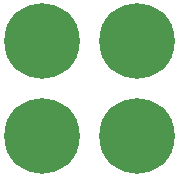
<source format=gbs>
G04 #@! TF.FileFunction,Soldermask,Bot*
%FSLAX46Y46*%
G04 Gerber Fmt 4.6, Leading zero omitted, Abs format (unit mm)*
G04 Created by KiCad (PCBNEW 4.0.1-3.201512221402+6198~38~ubuntu14.04.1-stable) date Tue 01 Mar 2016 11:57:29 AM PST*
%MOMM*%
G01*
G04 APERTURE LIST*
%ADD10C,0.100000*%
%ADD11C,6.400000*%
G04 APERTURE END LIST*
D10*
D11*
X135500000Y-85500000D03*
X127500000Y-85500000D03*
X135500000Y-93500000D03*
X127500000Y-93500000D03*
M02*

</source>
